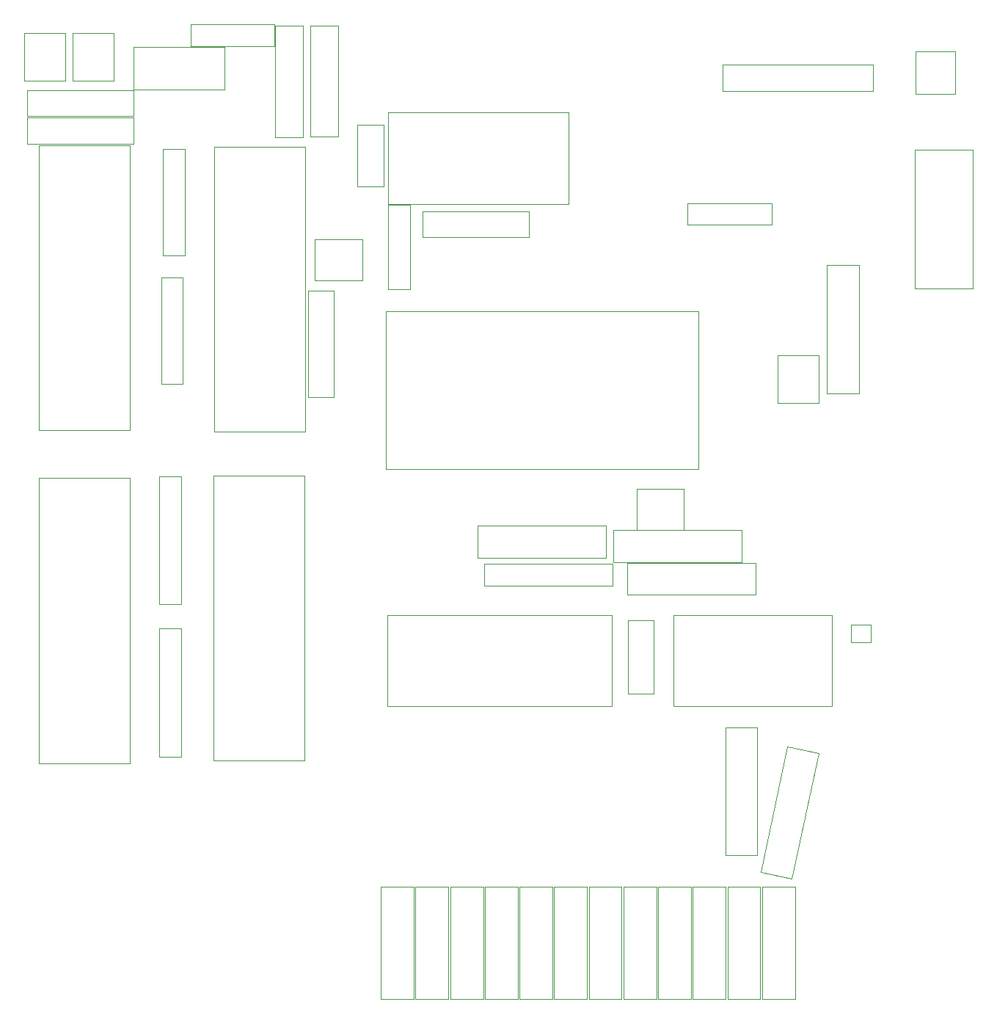
<source format=gbr>
%TF.GenerationSoftware,KiCad,Pcbnew,7.0.7*%
%TF.CreationDate,2024-05-12T11:23:56+02:00*%
%TF.ProjectId,Projekt,50726f6a-656b-4742-9e6b-696361645f70,rev?*%
%TF.SameCoordinates,Original*%
%TF.FileFunction,Other,User*%
%FSLAX46Y46*%
G04 Gerber Fmt 4.6, Leading zero omitted, Abs format (unit mm)*
G04 Created by KiCad (PCBNEW 7.0.7) date 2024-05-12 11:23:56*
%MOMM*%
%LPD*%
G01*
G04 APERTURE LIST*
%ADD10C,0.050000*%
G04 APERTURE END LIST*
D10*
%TO.C,D3*%
X70300000Y-68250000D02*
X70300000Y-65750000D01*
X70300000Y-65750000D02*
X55500000Y-65750000D01*
X55500000Y-68250000D02*
X70300000Y-68250000D01*
X55500000Y-65750000D02*
X55500000Y-68250000D01*
%TO.C,D1*%
X31350000Y-6050000D02*
X31350000Y-3550000D01*
X31350000Y-3550000D02*
X21630000Y-3550000D01*
X21630000Y-6050000D02*
X31350000Y-6050000D01*
X21630000Y-3550000D02*
X21630000Y-6050000D01*
%TO.C,Z2*%
X35500000Y-16510000D02*
X38700000Y-16510000D01*
X38700000Y-16510000D02*
X38700000Y-3650000D01*
X35500000Y-3650000D02*
X35500000Y-16510000D01*
X38700000Y-3650000D02*
X35500000Y-3650000D01*
%TO.C,Z1*%
X34620000Y-3730000D02*
X31420000Y-3730000D01*
X31420000Y-3730000D02*
X31420000Y-16590000D01*
X34620000Y-16590000D02*
X34620000Y-3730000D01*
X31420000Y-16590000D02*
X34620000Y-16590000D01*
%TO.C,D6*%
X20750000Y-32770000D02*
X18250000Y-32770000D01*
X18250000Y-32770000D02*
X18250000Y-45030000D01*
X20750000Y-45030000D02*
X20750000Y-32770000D01*
X18250000Y-45030000D02*
X20750000Y-45030000D01*
%TO.C,D5*%
X20950000Y-17950000D02*
X18450000Y-17950000D01*
X18450000Y-17950000D02*
X18450000Y-30210000D01*
X20950000Y-30210000D02*
X20950000Y-17950000D01*
X18450000Y-30210000D02*
X20950000Y-30210000D01*
%TO.C,D7*%
X20550000Y-55650000D02*
X18050000Y-55650000D01*
X18050000Y-55650000D02*
X18050000Y-70450000D01*
X20550000Y-70450000D02*
X20550000Y-55650000D01*
X18050000Y-70450000D02*
X20550000Y-70450000D01*
%TO.C,D4*%
X44470000Y-34070000D02*
X46970000Y-34070000D01*
X46970000Y-34070000D02*
X46970000Y-24350000D01*
X44470000Y-24350000D02*
X44470000Y-34070000D01*
X46970000Y-24350000D02*
X44470000Y-24350000D01*
%TO.C,D2*%
X78960000Y-24150000D02*
X78960000Y-26650000D01*
X78960000Y-26650000D02*
X88680000Y-26650000D01*
X88680000Y-24150000D02*
X78960000Y-24150000D01*
X88680000Y-26650000D02*
X88680000Y-24150000D01*
%TO.C,D8*%
X20550000Y-73200000D02*
X18050000Y-73200000D01*
X18050000Y-73200000D02*
X18050000Y-88000000D01*
X20550000Y-88000000D02*
X20550000Y-73200000D01*
X18050000Y-88000000D02*
X20550000Y-88000000D01*
%TO.C,C  1*%
X14650000Y-55850000D02*
X4150000Y-55850000D01*
X4150000Y-55850000D02*
X4150000Y-88750000D01*
X14650000Y-88750000D02*
X14650000Y-55850000D01*
X4150000Y-88750000D02*
X14650000Y-88750000D01*
%TO.C,C  4*%
X34850000Y-17650000D02*
X24350000Y-17650000D01*
X24350000Y-17650000D02*
X24350000Y-50550000D01*
X34850000Y-50550000D02*
X34850000Y-17650000D01*
X24350000Y-50550000D02*
X34850000Y-50550000D01*
%TO.C,C  3*%
X14650000Y-17450000D02*
X4150000Y-17450000D01*
X4150000Y-17450000D02*
X4150000Y-50350000D01*
X14650000Y-50350000D02*
X14650000Y-17450000D01*
X4150000Y-50350000D02*
X14650000Y-50350000D01*
%TO.C,C  2*%
X34750000Y-55550000D02*
X24250000Y-55550000D01*
X24250000Y-55550000D02*
X24250000Y-88450000D01*
X34750000Y-88450000D02*
X34750000Y-55550000D01*
X24250000Y-88450000D02*
X34750000Y-88450000D01*
%TO.C,CB1*%
X111930000Y-18010000D02*
X111930000Y-34010000D01*
X111930000Y-18010000D02*
X105250000Y-18010000D01*
X105250000Y-34010000D02*
X111930000Y-34010000D01*
X105250000Y-34010000D02*
X105250000Y-18010000D01*
%TO.C,LED*%
X105350000Y-11525000D02*
X109850000Y-11525000D01*
X109850000Y-11525000D02*
X109850000Y-6675000D01*
X105350000Y-6675000D02*
X105350000Y-11525000D01*
X109850000Y-6675000D02*
X105350000Y-6675000D01*
%TO.C,REF\u002A\u002A*%
X47400000Y-116000000D02*
X47400000Y-103000000D01*
X47400000Y-116000000D02*
X43600000Y-116000000D01*
X43600000Y-103000000D02*
X47400000Y-103000000D01*
X43600000Y-103000000D02*
X43600000Y-116000000D01*
X47600000Y-103000000D02*
X47600000Y-116000000D01*
X47600000Y-103000000D02*
X51400000Y-103000000D01*
X51400000Y-116000000D02*
X47600000Y-116000000D01*
X51400000Y-116000000D02*
X51400000Y-103000000D01*
X51600000Y-103000000D02*
X51600000Y-116000000D01*
X51600000Y-103000000D02*
X55400000Y-103000000D01*
X55400000Y-116000000D02*
X51600000Y-116000000D01*
X55400000Y-116000000D02*
X55400000Y-103000000D01*
X55600000Y-103000000D02*
X55600000Y-116000000D01*
X55600000Y-103000000D02*
X59400000Y-103000000D01*
X59400000Y-116000000D02*
X55600000Y-116000000D01*
X59400000Y-116000000D02*
X59400000Y-103000000D01*
X59600000Y-103000000D02*
X59600000Y-116000000D01*
X59600000Y-103000000D02*
X63400000Y-103000000D01*
X63400000Y-116000000D02*
X59600000Y-116000000D01*
X63400000Y-116000000D02*
X63400000Y-103000000D01*
X63600000Y-103000000D02*
X63600000Y-116000000D01*
X63600000Y-103000000D02*
X67400000Y-103000000D01*
X67400000Y-116000000D02*
X63600000Y-116000000D01*
X67400000Y-116000000D02*
X67400000Y-103000000D01*
X67600000Y-103000000D02*
X67600000Y-116000000D01*
X67600000Y-103000000D02*
X71400000Y-103000000D01*
X71400000Y-116000000D02*
X67600000Y-116000000D01*
X71400000Y-116000000D02*
X71400000Y-103000000D01*
X71600000Y-103000000D02*
X71600000Y-116000000D01*
X71600000Y-103000000D02*
X75400000Y-103000000D01*
X75400000Y-116000000D02*
X71600000Y-116000000D01*
X75400000Y-116000000D02*
X75400000Y-103000000D01*
X75600000Y-103000000D02*
X75600000Y-116000000D01*
X75600000Y-103000000D02*
X79400000Y-103000000D01*
X79400000Y-116000000D02*
X75600000Y-116000000D01*
X79400000Y-116000000D02*
X79400000Y-103000000D01*
X79600000Y-103000000D02*
X79600000Y-116000000D01*
X79600000Y-103000000D02*
X83400000Y-103000000D01*
X83400000Y-116000000D02*
X79600000Y-116000000D01*
X83400000Y-116000000D02*
X83400000Y-103000000D01*
X83600000Y-103000000D02*
X83600000Y-116000000D01*
X83600000Y-103000000D02*
X87400000Y-103000000D01*
X87400000Y-116000000D02*
X83600000Y-116000000D01*
X87400000Y-116000000D02*
X87400000Y-103000000D01*
X91400000Y-116000000D02*
X91400000Y-103000000D01*
X87600000Y-103000000D02*
X91400000Y-103000000D01*
X87600000Y-103000000D02*
X87600000Y-116000000D01*
X91400000Y-116000000D02*
X87600000Y-116000000D01*
X97850000Y-72800000D02*
X97850000Y-74800000D01*
X97850000Y-74800000D02*
X100150000Y-74800000D01*
X100150000Y-72800000D02*
X97850000Y-72800000D01*
X100150000Y-74800000D02*
X100150000Y-72800000D01*
%TO.C,T5*%
X78560000Y-61830000D02*
X78560000Y-57090000D01*
X78560000Y-61830000D02*
X73100000Y-61830000D01*
X73100000Y-57090000D02*
X78560000Y-57090000D01*
X73100000Y-57090000D02*
X73100000Y-61830000D01*
%TO.C,IC1*%
X44450000Y-24270000D02*
X65300000Y-24270000D01*
X65300000Y-24270000D02*
X65300000Y-13720000D01*
X44450000Y-13720000D02*
X44450000Y-24270000D01*
X65300000Y-13720000D02*
X44450000Y-13720000D01*
%TO.C,T2*%
X12770000Y-4570000D02*
X8030000Y-4570000D01*
X12770000Y-4570000D02*
X12770000Y-10030000D01*
X8030000Y-10030000D02*
X8030000Y-4570000D01*
X8030000Y-10030000D02*
X12770000Y-10030000D01*
%TO.C,R7*%
X54750000Y-61350000D02*
X54750000Y-65050000D01*
X54750000Y-65050000D02*
X69550000Y-65050000D01*
X69550000Y-61350000D02*
X54750000Y-61350000D01*
X69550000Y-65050000D02*
X69550000Y-61350000D01*
%TO.C,R1*%
X2790000Y-11100000D02*
X2790000Y-14100000D01*
X2790000Y-14100000D02*
X15050000Y-14100000D01*
X15050000Y-11100000D02*
X2790000Y-11100000D01*
X15050000Y-14100000D02*
X15050000Y-11100000D01*
%TO.C,R8*%
X70450000Y-61850000D02*
X70450000Y-65550000D01*
X70450000Y-65550000D02*
X85250000Y-65550000D01*
X85250000Y-61850000D02*
X70450000Y-61850000D01*
X85250000Y-65550000D02*
X85250000Y-61850000D01*
%TO.C,R6*%
X98750000Y-31300000D02*
X95050000Y-31300000D01*
X95050000Y-31300000D02*
X95050000Y-46100000D01*
X98750000Y-46100000D02*
X98750000Y-31300000D01*
X95050000Y-46100000D02*
X98750000Y-46100000D01*
%TO.C,R11*%
X87415929Y-101311408D02*
X91035075Y-102080682D01*
X91035075Y-102080682D02*
X94112168Y-87604097D01*
X90493022Y-86834824D02*
X87415929Y-101311408D01*
X94112168Y-87604097D02*
X90493022Y-86834824D01*
%TO.C,EPROM-SOCKEL*%
X80290000Y-36600000D02*
X44190000Y-36600000D01*
X44190000Y-36600000D02*
X44190000Y-54800000D01*
X80290000Y-54800000D02*
X80290000Y-36600000D01*
X44190000Y-54800000D02*
X80290000Y-54800000D01*
%TO.C,T4*%
X94170000Y-41720000D02*
X89430000Y-41720000D01*
X94170000Y-41720000D02*
X94170000Y-47180000D01*
X89430000Y-47180000D02*
X89430000Y-41720000D01*
X89430000Y-47180000D02*
X94170000Y-47180000D01*
%TO.C,IC3*%
X95690000Y-71650000D02*
X77340000Y-71650000D01*
X77340000Y-71650000D02*
X77340000Y-82200000D01*
X95690000Y-82200000D02*
X95690000Y-71650000D01*
X77340000Y-82200000D02*
X95690000Y-82200000D01*
%TO.C,T1*%
X2410000Y-10030000D02*
X7150000Y-10030000D01*
X2410000Y-10030000D02*
X2410000Y-4570000D01*
X7150000Y-4570000D02*
X7150000Y-10030000D01*
X7150000Y-4570000D02*
X2410000Y-4570000D01*
%TO.C,C6*%
X75100000Y-72250000D02*
X72100000Y-72250000D01*
X72100000Y-72250000D02*
X72100000Y-80750000D01*
X75100000Y-80750000D02*
X75100000Y-72250000D01*
X72100000Y-80750000D02*
X75100000Y-80750000D01*
%TO.C,R9*%
X72050000Y-65650000D02*
X72050000Y-69350000D01*
X72050000Y-69350000D02*
X86850000Y-69350000D01*
X86850000Y-65650000D02*
X72050000Y-65650000D01*
X86850000Y-69350000D02*
X86850000Y-65650000D01*
%TO.C,IC2*%
X70290000Y-71650000D02*
X44340000Y-71650000D01*
X44340000Y-71650000D02*
X44340000Y-82200000D01*
X70290000Y-82200000D02*
X70290000Y-71650000D01*
X44340000Y-82200000D02*
X70290000Y-82200000D01*
%TO.C,R3*%
X38200000Y-34270000D02*
X35200000Y-34270000D01*
X35200000Y-34270000D02*
X35200000Y-46530000D01*
X38200000Y-46530000D02*
X38200000Y-34270000D01*
X35200000Y-46530000D02*
X38200000Y-46530000D01*
%TO.C,R10*%
X87050000Y-84600000D02*
X83350000Y-84600000D01*
X83350000Y-84600000D02*
X83350000Y-99400000D01*
X87050000Y-99400000D02*
X87050000Y-84600000D01*
X83350000Y-99400000D02*
X87050000Y-99400000D01*
%TO.C,T3*%
X35970000Y-28370000D02*
X35970000Y-33110000D01*
X35970000Y-28370000D02*
X41430000Y-28370000D01*
X41430000Y-33110000D02*
X35970000Y-33110000D01*
X41430000Y-33110000D02*
X41430000Y-28370000D01*
%TO.C,R2*%
X2790000Y-14300000D02*
X2790000Y-17300000D01*
X2790000Y-17300000D02*
X15050000Y-17300000D01*
X15050000Y-14300000D02*
X2790000Y-14300000D01*
X15050000Y-17300000D02*
X15050000Y-14300000D01*
%TO.C,IC4*%
X15070000Y-6110000D02*
X15070000Y-11020000D01*
X15070000Y-11020000D02*
X25570000Y-11020000D01*
X25570000Y-6110000D02*
X15070000Y-6110000D01*
X25570000Y-11020000D02*
X25570000Y-6110000D01*
%TO.C,R5*%
X83030000Y-8200000D02*
X83030000Y-11200000D01*
X83030000Y-11200000D02*
X100370000Y-11200000D01*
X100370000Y-8200000D02*
X83030000Y-8200000D01*
X100370000Y-11200000D02*
X100370000Y-8200000D01*
%TO.C,R4*%
X60650000Y-28100000D02*
X60650000Y-25100000D01*
X60650000Y-25100000D02*
X48390000Y-25100000D01*
X48390000Y-28100000D02*
X60650000Y-28100000D01*
X48390000Y-25100000D02*
X48390000Y-28100000D01*
%TO.C,C5*%
X43900000Y-15150000D02*
X40900000Y-15150000D01*
X40900000Y-15150000D02*
X40900000Y-22250000D01*
X43900000Y-22250000D02*
X43900000Y-15150000D01*
X40900000Y-22250000D02*
X43900000Y-22250000D01*
%TD*%
M02*

</source>
